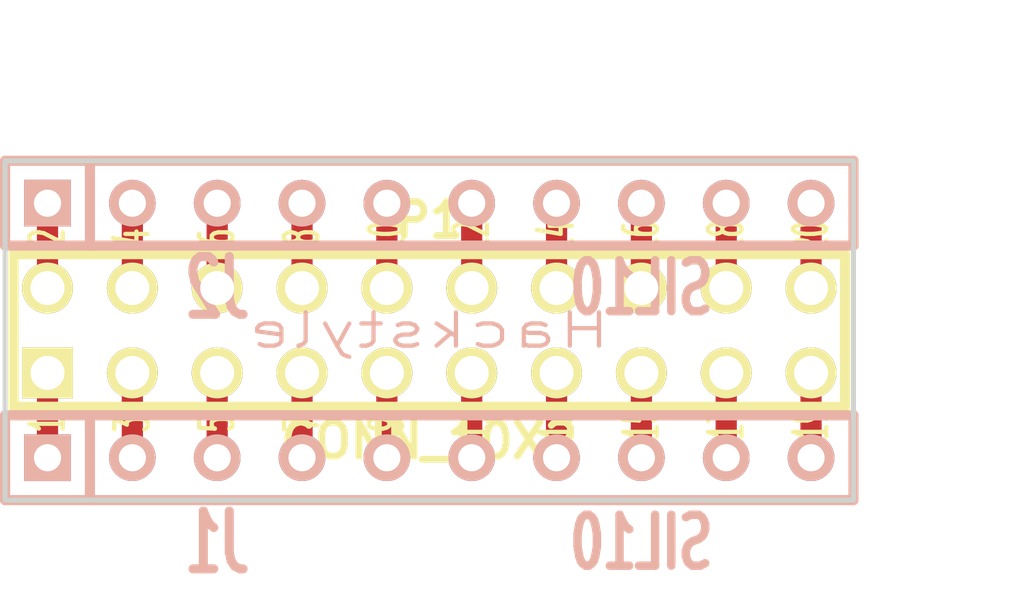
<source format=kicad_pcb>
(kicad_pcb (version 3) (host pcbnew "(2013-mar-25)-stable")

  (general
    (links 20)
    (no_connects 0)
    (area 215.366599 133.815 249.171334 151.25827)
    (thickness 1.6)
    (drawings 27)
    (tracks 40)
    (zones 0)
    (modules 3)
    (nets 21)
  )

  (page A3)
  (layers
    (15 F.Cu signal)
    (0 B.Cu signal)
    (16 B.Adhes user)
    (17 F.Adhes user)
    (18 B.Paste user)
    (19 F.Paste user)
    (20 B.SilkS user)
    (21 F.SilkS user)
    (22 B.Mask user)
    (23 F.Mask user)
    (24 Dwgs.User user)
    (25 Cmts.User user)
    (26 Eco1.User user)
    (27 Eco2.User user)
    (28 Edge.Cuts user)
  )

  (setup
    (last_trace_width 0.254)
    (user_trace_width 0.508)
    (user_trace_width 0.635)
    (trace_clearance 0.381)
    (zone_clearance 0.508)
    (zone_45_only no)
    (trace_min 0.254)
    (segment_width 0.2)
    (edge_width 0.15)
    (via_size 0.889)
    (via_drill 0.635)
    (via_min_size 0.889)
    (via_min_drill 0.508)
    (uvia_size 0.508)
    (uvia_drill 0.127)
    (uvias_allowed no)
    (uvia_min_size 0.508)
    (uvia_min_drill 0.127)
    (pcb_text_width 0.3)
    (pcb_text_size 1 1)
    (mod_edge_width 0.2)
    (mod_text_size 1 1)
    (mod_text_width 0.15)
    (pad_size 1.524 1.524)
    (pad_drill 1.016)
    (pad_to_mask_clearance 0)
    (aux_axis_origin 0 0)
    (visible_elements FFFFFFBF)
    (pcbplotparams
      (layerselection 3178497)
      (usegerberextensions true)
      (excludeedgelayer true)
      (linewidth 152400)
      (plotframeref false)
      (viasonmask false)
      (mode 1)
      (useauxorigin false)
      (hpglpennumber 1)
      (hpglpenspeed 20)
      (hpglpendiameter 15)
      (hpglpenoverlay 2)
      (psnegative false)
      (psa4output false)
      (plotreference true)
      (plotvalue true)
      (plotothertext true)
      (plotinvisibletext false)
      (padsonsilk false)
      (subtractmaskfromsilk false)
      (outputformat 1)
      (mirror false)
      (drillshape 1)
      (scaleselection 1)
      (outputdirectory ""))
  )

  (net 0 "")
  (net 1 N-000001)
  (net 2 N-0000010)
  (net 3 N-0000011)
  (net 4 N-0000012)
  (net 5 N-0000013)
  (net 6 N-0000014)
  (net 7 N-0000015)
  (net 8 N-0000016)
  (net 9 N-0000017)
  (net 10 N-0000018)
  (net 11 N-0000019)
  (net 12 N-000002)
  (net 13 N-0000020)
  (net 14 N-000003)
  (net 15 N-000004)
  (net 16 N-000005)
  (net 17 N-000006)
  (net 18 N-000007)
  (net 19 N-000008)
  (net 20 N-000009)

  (net_class Default "This is the default net class."
    (clearance 0.381)
    (trace_width 0.254)
    (via_dia 0.889)
    (via_drill 0.635)
    (uvia_dia 0.508)
    (uvia_drill 0.127)
    (add_net "")
    (add_net N-000001)
    (add_net N-0000010)
    (add_net N-0000011)
    (add_net N-0000012)
    (add_net N-0000013)
    (add_net N-0000014)
    (add_net N-0000015)
    (add_net N-0000016)
    (add_net N-0000017)
    (add_net N-0000018)
    (add_net N-0000019)
    (add_net N-000002)
    (add_net N-0000020)
    (add_net N-000003)
    (add_net N-000004)
    (add_net N-000005)
    (add_net N-000006)
    (add_net N-000007)
    (add_net N-000008)
    (add_net N-000009)
  )

  (module SIL-10 (layer B.Cu) (tedit 200000) (tstamp 546826D5)
    (at 228.6 147.32)
    (descr "Connecteur 10 pins")
    (tags "CONN DEV")
    (path /54680771)
    (fp_text reference J1 (at -6.35 2.54) (layer B.SilkS)
      (effects (font (size 1.72974 1.08712) (thickness 0.3048)) (justify mirror))
    )
    (fp_text value SIL10 (at 6.35 2.54) (layer B.SilkS)
      (effects (font (size 1.524 1.016) (thickness 0.3048)) (justify mirror))
    )
    (fp_line (start -12.7 -1.27) (end -12.7 1.27) (layer B.SilkS) (width 0.3048))
    (fp_line (start -12.7 1.27) (end 12.7 1.27) (layer B.SilkS) (width 0.3048))
    (fp_line (start 12.7 1.27) (end 12.7 -1.27) (layer B.SilkS) (width 0.3048))
    (fp_line (start 12.7 -1.27) (end -12.7 -1.27) (layer B.SilkS) (width 0.3048))
    (fp_line (start -10.16 -1.27) (end -10.16 1.27) (layer B.SilkS) (width 0.3048))
    (pad 1 thru_hole rect (at -11.43 0) (size 1.397 1.397) (drill 0.8128)
      (layers *.Cu *.Mask B.SilkS)
      (net 13 N-0000020)
    )
    (pad 2 thru_hole circle (at -8.89 0) (size 1.397 1.397) (drill 0.8128)
      (layers *.Cu *.Mask B.SilkS)
      (net 3 N-0000011)
    )
    (pad 3 thru_hole circle (at -6.35 0) (size 1.397 1.397) (drill 0.8128)
      (layers *.Cu *.Mask B.SilkS)
      (net 4 N-0000012)
    )
    (pad 4 thru_hole circle (at -3.81 0) (size 1.397 1.397) (drill 0.8128)
      (layers *.Cu *.Mask B.SilkS)
      (net 5 N-0000013)
    )
    (pad 5 thru_hole circle (at -1.27 0) (size 1.397 1.397) (drill 0.8128)
      (layers *.Cu *.Mask B.SilkS)
      (net 6 N-0000014)
    )
    (pad 6 thru_hole circle (at 1.27 0) (size 1.397 1.397) (drill 0.8128)
      (layers *.Cu *.Mask B.SilkS)
      (net 7 N-0000015)
    )
    (pad 7 thru_hole circle (at 3.81 0) (size 1.397 1.397) (drill 0.8128)
      (layers *.Cu *.Mask B.SilkS)
      (net 8 N-0000016)
    )
    (pad 8 thru_hole circle (at 6.35 0) (size 1.397 1.397) (drill 0.8128)
      (layers *.Cu *.Mask B.SilkS)
      (net 9 N-0000017)
    )
    (pad 9 thru_hole circle (at 8.89 0) (size 1.397 1.397) (drill 0.8128)
      (layers *.Cu *.Mask B.SilkS)
      (net 10 N-0000018)
    )
    (pad 10 thru_hole circle (at 11.43 0) (size 1.397 1.397) (drill 0.8128)
      (layers *.Cu *.Mask B.SilkS)
      (net 11 N-0000019)
    )
  )

  (module SIL-10 (layer B.Cu) (tedit 200000) (tstamp 546826E8)
    (at 228.6 139.7)
    (descr "Connecteur 10 pins")
    (tags "CONN DEV")
    (path /54680791)
    (fp_text reference J2 (at -6.35 2.54) (layer B.SilkS)
      (effects (font (size 1.72974 1.08712) (thickness 0.3048)) (justify mirror))
    )
    (fp_text value SIL10 (at 6.35 2.54) (layer B.SilkS)
      (effects (font (size 1.524 1.016) (thickness 0.3048)) (justify mirror))
    )
    (fp_line (start -12.7 -1.27) (end -12.7 1.27) (layer B.SilkS) (width 0.3048))
    (fp_line (start -12.7 1.27) (end 12.7 1.27) (layer B.SilkS) (width 0.3048))
    (fp_line (start 12.7 1.27) (end 12.7 -1.27) (layer B.SilkS) (width 0.3048))
    (fp_line (start 12.7 -1.27) (end -12.7 -1.27) (layer B.SilkS) (width 0.3048))
    (fp_line (start -10.16 -1.27) (end -10.16 1.27) (layer B.SilkS) (width 0.3048))
    (pad 1 thru_hole rect (at -11.43 0) (size 1.397 1.397) (drill 0.8128)
      (layers *.Cu *.Mask B.SilkS)
      (net 2 N-0000010)
    )
    (pad 2 thru_hole circle (at -8.89 0) (size 1.397 1.397) (drill 0.8128)
      (layers *.Cu *.Mask B.SilkS)
      (net 12 N-000002)
    )
    (pad 3 thru_hole circle (at -6.35 0) (size 1.397 1.397) (drill 0.8128)
      (layers *.Cu *.Mask B.SilkS)
      (net 1 N-000001)
    )
    (pad 4 thru_hole circle (at -3.81 0) (size 1.397 1.397) (drill 0.8128)
      (layers *.Cu *.Mask B.SilkS)
      (net 14 N-000003)
    )
    (pad 5 thru_hole circle (at -1.27 0) (size 1.397 1.397) (drill 0.8128)
      (layers *.Cu *.Mask B.SilkS)
      (net 15 N-000004)
    )
    (pad 6 thru_hole circle (at 1.27 0) (size 1.397 1.397) (drill 0.8128)
      (layers *.Cu *.Mask B.SilkS)
      (net 16 N-000005)
    )
    (pad 7 thru_hole circle (at 3.81 0) (size 1.397 1.397) (drill 0.8128)
      (layers *.Cu *.Mask B.SilkS)
      (net 17 N-000006)
    )
    (pad 8 thru_hole circle (at 6.35 0) (size 1.397 1.397) (drill 0.8128)
      (layers *.Cu *.Mask B.SilkS)
      (net 18 N-000007)
    )
    (pad 9 thru_hole circle (at 8.89 0) (size 1.397 1.397) (drill 0.8128)
      (layers *.Cu *.Mask B.SilkS)
      (net 19 N-000008)
    )
    (pad 10 thru_hole circle (at 11.43 0) (size 1.397 1.397) (drill 0.8128)
      (layers *.Cu *.Mask B.SilkS)
      (net 20 N-000009)
    )
  )

  (module PIN_ARRAY_10x2 (layer F.Cu) (tedit 546824C1) (tstamp 54682704)
    (at 228.6 143.51)
    (descr "Double rangee de contacts 2 x 10 pins")
    (tags CONN)
    (path /54680749)
    (fp_text reference P1 (at 0 -3.302) (layer F.SilkS)
      (effects (font (size 1.016 1.016) (thickness 0.2032)))
    )
    (fp_text value CONN_10X2 (at 0 3.302) (layer F.SilkS)
      (effects (font (size 1.016 1.016) (thickness 0.2032)))
    )
    (fp_line (start -12.446 -2.286) (end 12.446 -2.286) (layer F.SilkS) (width 0.3048))
    (fp_line (start 12.446 -2.286) (end 12.446 2.286) (layer F.SilkS) (width 0.3048))
    (fp_line (start 12.446 2.286) (end -12.446 2.286) (layer F.SilkS) (width 0.3048))
    (fp_line (start -12.446 2.286) (end -12.446 -2.286) (layer F.SilkS) (width 0.3048))
    (pad 1 thru_hole rect (at -11.43 1.27) (size 1.524 1.524) (drill 1.016)
      (layers *.Cu *.Mask F.SilkS)
      (net 13 N-0000020)
    )
    (pad 2 thru_hole circle (at -11.43 -1.27) (size 1.524 1.524) (drill 1.016)
      (layers *.Cu *.Mask F.SilkS)
      (net 2 N-0000010)
    )
    (pad 3 thru_hole circle (at -8.89 1.27) (size 1.524 1.524) (drill 1.016)
      (layers *.Cu *.Mask F.SilkS)
      (net 3 N-0000011)
    )
    (pad 4 thru_hole circle (at -8.89 -1.27) (size 1.524 1.524) (drill 1.016)
      (layers *.Cu *.Mask F.SilkS)
      (net 12 N-000002)
    )
    (pad 5 thru_hole circle (at -6.35 1.27) (size 1.524 1.524) (drill 1.016)
      (layers *.Cu *.Mask F.SilkS)
      (net 4 N-0000012)
    )
    (pad 6 thru_hole circle (at -6.35 -1.27) (size 1.524 1.524) (drill 1.016)
      (layers *.Cu *.Mask F.SilkS)
      (net 1 N-000001)
    )
    (pad 7 thru_hole circle (at -3.81 1.27) (size 1.524 1.524) (drill 1.016)
      (layers *.Cu *.Mask F.SilkS)
      (net 5 N-0000013)
    )
    (pad 8 thru_hole circle (at -3.81 -1.27) (size 1.524 1.524) (drill 1.016)
      (layers *.Cu *.Mask F.SilkS)
      (net 14 N-000003)
    )
    (pad 9 thru_hole circle (at -1.27 1.27) (size 1.524 1.524) (drill 1.016)
      (layers *.Cu *.Mask F.SilkS)
      (net 6 N-0000014)
    )
    (pad 10 thru_hole circle (at -1.27 -1.27) (size 1.524 1.524) (drill 1.016)
      (layers *.Cu *.Mask F.SilkS)
      (net 15 N-000004)
    )
    (pad 11 thru_hole circle (at 1.27 1.27) (size 1.524 1.524) (drill 1.016)
      (layers *.Cu *.Mask F.SilkS)
      (net 7 N-0000015)
    )
    (pad 12 thru_hole circle (at 1.27 -1.27) (size 1.524 1.524) (drill 1.016)
      (layers *.Cu *.Mask F.SilkS)
      (net 16 N-000005)
    )
    (pad 13 thru_hole circle (at 3.81 1.27) (size 1.524 1.524) (drill 1.016)
      (layers *.Cu *.Mask F.SilkS)
      (net 8 N-0000016)
    )
    (pad 14 thru_hole circle (at 3.81 -1.27) (size 1.524 1.524) (drill 1.016)
      (layers *.Cu *.Mask F.SilkS)
      (net 17 N-000006)
    )
    (pad 15 thru_hole circle (at 6.35 1.27) (size 1.524 1.524) (drill 1.016)
      (layers *.Cu *.Mask F.SilkS)
      (net 9 N-0000017)
    )
    (pad 16 thru_hole circle (at 6.35 -1.27) (size 1.524 1.524) (drill 1.016)
      (layers *.Cu *.Mask F.SilkS)
      (net 18 N-000007)
    )
    (pad 18 thru_hole circle (at 8.89 -1.27) (size 1.524 1.524) (drill 1.016)
      (layers *.Cu F.SilkS B.Mask)
      (net 19 N-000008)
    )
    (pad 19 thru_hole circle (at 11.43 1.27) (size 1.524 1.524) (drill 1.016)
      (layers *.Cu F.SilkS B.Mask)
      (net 11 N-0000019)
    )
    (pad 17 thru_hole circle (at 8.89 1.27) (size 1.524 1.524) (drill 1.016)
      (layers *.Cu F.SilkS B.Mask)
      (net 10 N-0000018)
    )
    (pad 20 thru_hole circle (at 11.43 -1.27) (size 1.524 1.524) (drill 1.016)
      (layers *.Cu F.SilkS B.Mask)
      (net 20 N-000009)
    )
  )

  (dimension 25.4 (width 0.25) (layer Cmts.User)
    (gr_text "25.400 mm" (at 228.6 134.89) (layer Cmts.User)
      (effects (font (size 1 1) (thickness 0.25)))
    )
    (feature1 (pts (xy 215.9 138.43) (xy 215.9 133.89)))
    (feature2 (pts (xy 241.3 138.43) (xy 241.3 133.89)))
    (crossbar (pts (xy 241.3 135.89) (xy 215.9 135.89)))
    (arrow1a (pts (xy 215.9 135.89) (xy 217.026503 135.30358)))
    (arrow1b (pts (xy 215.9 135.89) (xy 217.026503 136.47642)))
    (arrow2a (pts (xy 241.3 135.89) (xy 240.173497 135.30358)))
    (arrow2b (pts (xy 241.3 135.89) (xy 240.173497 136.47642)))
  )
  (dimension 10.16 (width 0.25) (layer Cmts.User)
    (gr_text "10.160 mm" (at 244.713 143.51 90) (layer Cmts.User)
      (effects (font (size 1 1) (thickness 0.25)))
    )
    (feature1 (pts (xy 241.3 138.43) (xy 245.713 138.43)))
    (feature2 (pts (xy 241.3 148.59) (xy 245.713 148.59)))
    (crossbar (pts (xy 243.713 148.59) (xy 243.713 138.43)))
    (arrow1a (pts (xy 243.713 138.43) (xy 244.29942 139.556503)))
    (arrow1b (pts (xy 243.713 138.43) (xy 243.12658 139.556503)))
    (arrow2a (pts (xy 243.713 148.59) (xy 244.29942 147.463497)))
    (arrow2b (pts (xy 243.713 148.59) (xy 243.12658 147.463497)))
  )
  (gr_text 19 (at 240.03 146.304 90) (layer F.SilkS)
    (effects (font (size 1 0.508) (thickness 0.127)))
  )
  (gr_text 17 (at 237.49 146.304 90) (layer F.SilkS)
    (effects (font (size 1 0.508) (thickness 0.127)))
  )
  (gr_text 15 (at 234.95 146.304 90) (layer F.SilkS)
    (effects (font (size 1 0.508) (thickness 0.127)))
  )
  (gr_text 13 (at 232.41 146.304 90) (layer F.SilkS)
    (effects (font (size 1 0.508) (thickness 0.127)))
  )
  (gr_text 11 (at 229.87 146.304 90) (layer F.SilkS)
    (effects (font (size 1 0.508) (thickness 0.127)))
  )
  (gr_text 9 (at 227.33 146.304 90) (layer F.SilkS)
    (effects (font (size 1 0.508) (thickness 0.127)))
  )
  (gr_text 20 (at 240.03 140.716 90) (layer F.SilkS)
    (effects (font (size 1 0.508) (thickness 0.127)))
  )
  (gr_text 18 (at 237.49 140.716 90) (layer F.SilkS)
    (effects (font (size 1 0.508) (thickness 0.127)))
  )
  (gr_text 16 (at 234.95 140.716 90) (layer F.SilkS)
    (effects (font (size 1 0.508) (thickness 0.127)))
  )
  (gr_text 14 (at 232.41 140.716 90) (layer F.SilkS)
    (effects (font (size 1 0.508) (thickness 0.127)))
  )
  (gr_text 12 (at 229.87 140.716 90) (layer F.SilkS)
    (effects (font (size 1 0.508) (thickness 0.127)))
  )
  (gr_text 10 (at 227.33 140.716 90) (layer F.SilkS)
    (effects (font (size 1 0.508) (thickness 0.127)))
  )
  (gr_text 8 (at 224.79 140.716 90) (layer F.SilkS)
    (effects (font (size 1 0.508) (thickness 0.127)))
  )
  (gr_text 6 (at 222.25 140.716 90) (layer F.SilkS)
    (effects (font (size 1 0.508) (thickness 0.127)))
  )
  (gr_text 4 (at 219.71 140.716 90) (layer F.SilkS)
    (effects (font (size 1 0.508) (thickness 0.127)))
  )
  (gr_text 2 (at 217.17 140.716 90) (layer F.SilkS)
    (effects (font (size 1 0.508) (thickness 0.127)))
  )
  (gr_text 7 (at 224.79 146.304 90) (layer F.SilkS)
    (effects (font (size 1 0.508) (thickness 0.127)))
  )
  (gr_text 5 (at 222.25 146.304 90) (layer F.SilkS)
    (effects (font (size 1 0.508) (thickness 0.127)))
  )
  (gr_text 1 (at 217.17 146.304 90) (layer F.SilkS)
    (effects (font (size 1 0.508) (thickness 0.127)))
  )
  (gr_text 3 (at 219.71 146.304 90) (layer F.SilkS)
    (effects (font (size 1 0.508) (thickness 0.127)))
  )
  (gr_text Hackstyle (at 228.6 143.51) (layer B.SilkS)
    (effects (font (size 1 1.524) (thickness 0.127)) (justify mirror))
  )
  (gr_line (start 215.9 148.59) (end 241.3 148.59) (angle 90) (layer Edge.Cuts) (width 0.15))
  (gr_line (start 241.3 138.43) (end 215.9 138.43) (angle 90) (layer Edge.Cuts) (width 0.15))
  (gr_line (start 215.9 148.59) (end 215.9 138.43) (angle 90) (layer Edge.Cuts) (width 0.15))
  (gr_line (start 241.3 148.59) (end 241.3 138.43) (angle 90) (layer Edge.Cuts) (width 0.15))

  (segment (start 222.25 142.24) (end 222.25 139.7) (width 0.635) (layer F.Cu) (net 1))
  (via (at 222.25 139.7) (size 0.889) (layers F.Cu B.Cu) (net 1))
  (segment (start 217.17 142.24) (end 217.17 139.7) (width 0.635) (layer F.Cu) (net 2))
  (via (at 217.17 139.7) (size 0.889) (layers F.Cu B.Cu) (net 2))
  (segment (start 219.71 144.78) (end 219.71 147.32) (width 0.635) (layer F.Cu) (net 3))
  (via (at 219.71 147.32) (size 0.889) (layers F.Cu B.Cu) (net 3))
  (segment (start 222.25 144.78) (end 222.25 147.32) (width 0.635) (layer F.Cu) (net 4))
  (via (at 222.25 147.32) (size 0.889) (layers F.Cu B.Cu) (net 4))
  (segment (start 224.79 144.78) (end 224.79 147.32) (width 0.635) (layer F.Cu) (net 5))
  (via (at 224.79 147.32) (size 0.889) (layers F.Cu B.Cu) (net 5))
  (segment (start 227.33 144.78) (end 227.33 147.32) (width 0.635) (layer F.Cu) (net 6))
  (via (at 227.33 147.32) (size 0.889) (layers F.Cu B.Cu) (net 6))
  (segment (start 229.87 144.78) (end 229.87 147.32) (width 0.635) (layer F.Cu) (net 7))
  (via (at 229.87 147.32) (size 0.889) (layers F.Cu B.Cu) (net 7))
  (segment (start 232.41 144.78) (end 232.41 147.32) (width 0.635) (layer F.Cu) (net 8))
  (via (at 232.41 147.32) (size 0.889) (layers F.Cu B.Cu) (net 8))
  (segment (start 234.95 144.78) (end 234.95 147.32) (width 0.635) (layer F.Cu) (net 9))
  (via (at 234.95 147.32) (size 0.889) (layers F.Cu B.Cu) (net 9))
  (segment (start 237.49 144.78) (end 237.49 147.32) (width 0.635) (layer F.Cu) (net 10))
  (via (at 237.49 147.32) (size 0.889) (layers F.Cu B.Cu) (net 10))
  (segment (start 240.03 144.78) (end 240.03 147.32) (width 0.635) (layer F.Cu) (net 11))
  (via (at 240.03 147.32) (size 0.889) (layers F.Cu B.Cu) (net 11))
  (segment (start 219.71 142.24) (end 219.71 139.7) (width 0.635) (layer F.Cu) (net 12))
  (via (at 219.71 139.7) (size 0.889) (layers F.Cu B.Cu) (net 12))
  (segment (start 217.17 144.78) (end 217.17 147.32) (width 0.635) (layer F.Cu) (net 13))
  (via (at 217.17 147.32) (size 0.889) (layers F.Cu B.Cu) (net 13))
  (segment (start 224.79 142.24) (end 224.79 139.7) (width 0.635) (layer F.Cu) (net 14))
  (via (at 224.79 139.7) (size 0.889) (layers F.Cu B.Cu) (net 14))
  (segment (start 227.33 142.24) (end 227.33 139.7) (width 0.635) (layer F.Cu) (net 15))
  (via (at 227.33 139.7) (size 0.889) (layers F.Cu B.Cu) (net 15))
  (segment (start 229.87 142.24) (end 229.87 139.7) (width 0.635) (layer F.Cu) (net 16))
  (via (at 229.87 139.7) (size 0.889) (layers F.Cu B.Cu) (net 16))
  (segment (start 232.41 142.24) (end 232.41 139.7) (width 0.635) (layer F.Cu) (net 17))
  (via (at 232.41 139.7) (size 0.889) (layers F.Cu B.Cu) (net 17))
  (segment (start 234.95 142.24) (end 234.95 139.7) (width 0.635) (layer F.Cu) (net 18))
  (via (at 234.95 139.7) (size 0.889) (layers F.Cu B.Cu) (net 18))
  (segment (start 237.49 142.24) (end 237.49 139.7) (width 0.635) (layer F.Cu) (net 19))
  (via (at 237.49 139.7) (size 0.889) (layers F.Cu B.Cu) (net 19))
  (via (at 240.03 139.7) (size 0.889) (layers F.Cu B.Cu) (net 20))
  (segment (start 240.03 139.7) (end 240.03 142.24) (width 0.635) (layer F.Cu) (net 20) (tstamp 54682E65))

)

</source>
